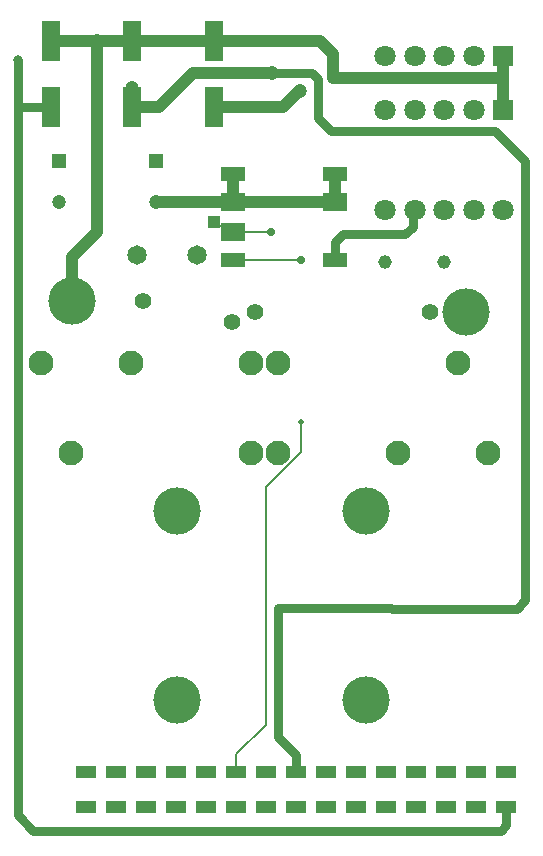
<source format=gtl>
G04*
G04 #@! TF.GenerationSoftware,Altium Limited,Altium Designer,23.0.1 (38)*
G04*
G04 Layer_Physical_Order=1*
G04 Layer_Color=255*
%FSTAX44Y44*%
%MOMM*%
G71*
G04*
G04 #@! TF.SameCoordinates,819F8F0F-2E7A-4D06-A50E-73C9B09E9D71*
G04*
G04*
G04 #@! TF.FilePolarity,Positive*
G04*
G01*
G75*
%ADD11C,0.2000*%
%ADD14R,1.6000X3.5000*%
%ADD15R,2.0320X1.1684*%
%ADD16R,2.0320X1.5240*%
%ADD17R,1.8000X1.0000*%
%ADD18R,1.0000X1.1000*%
%ADD19C,2.1000*%
%ADD20C,4.0000*%
%ADD21C,1.4000*%
%ADD22C,1.1500*%
%ADD23C,1.2000*%
%ADD24R,1.2000X1.2000*%
%ADD25C,0.7000*%
%ADD26C,1.6500*%
%ADD27C,1.3880*%
%ADD28R,1.8000X1.8000*%
%ADD29C,1.8000*%
%ADD30C,0.5000*%
%ADD31C,0.8000*%
%ADD32C,1.0000*%
%ADD33C,0.8000*%
D11*
X00191262Y00060706D02*
Y00075438D01*
X00216154Y0010033D02*
Y00301498D01*
X00191262Y00075438D02*
X00216154Y0010033D01*
X00246126Y0033147D02*
Y0035701D01*
X00216154Y00301498D02*
X00246126Y0033147D01*
X00245535Y00495554D02*
X00246888D01*
X00244701Y0049472D02*
X00245535Y00495554D01*
X00188468Y00493802D02*
X00245618D01*
X00188468Y00517424D02*
X00220218D01*
X00175304Y00522732D02*
X0018316D01*
X00172212Y00525824D02*
X00175304Y00522732D01*
X0018316D02*
X00188468Y00517424D01*
D14*
X00171958Y00679256D02*
D03*
Y00623256D02*
D03*
X00103124Y00679256D02*
D03*
Y00623256D02*
D03*
X00034544Y00679256D02*
D03*
Y00623256D02*
D03*
D15*
X00188468Y00566446D02*
D03*
Y00493802D02*
D03*
X00274828D02*
D03*
Y00566446D02*
D03*
D16*
X00188468Y00542824D02*
D03*
X00274828D02*
D03*
X00188468Y00517424D02*
D03*
D17*
X00419862Y00060706D02*
D03*
Y00030706D02*
D03*
X00394462Y00060706D02*
D03*
Y00030706D02*
D03*
X00369062D02*
D03*
Y00060706D02*
D03*
X00343662D02*
D03*
Y00030706D02*
D03*
X00318262Y00060706D02*
D03*
Y00030706D02*
D03*
X00292862Y00060706D02*
D03*
Y00030706D02*
D03*
X00267462Y00060706D02*
D03*
Y00030706D02*
D03*
X00242062Y00060706D02*
D03*
Y00030706D02*
D03*
X00216662Y00060706D02*
D03*
Y00030706D02*
D03*
X00191262Y00060706D02*
D03*
Y00030706D02*
D03*
X00165862Y00060706D02*
D03*
Y00030706D02*
D03*
X00140462Y00060706D02*
D03*
Y00030706D02*
D03*
X00115062Y00060706D02*
D03*
Y00030706D02*
D03*
X00089662Y00060706D02*
D03*
Y00030706D02*
D03*
X00064262Y00060706D02*
D03*
Y00030706D02*
D03*
D18*
X00172212Y00542824D02*
D03*
Y00525824D02*
D03*
D19*
X002032Y00407162D02*
D03*
Y00330962D02*
D03*
X001016Y00407162D02*
D03*
X000254D02*
D03*
X000508Y00330962D02*
D03*
X00226568D02*
D03*
Y00407162D02*
D03*
X00328168Y00330962D02*
D03*
X00404368D02*
D03*
X00378968Y00407162D02*
D03*
D20*
X00140726Y00121422D02*
D03*
X00300726Y00281422D02*
D03*
Y00121422D02*
D03*
X00140726Y00281422D02*
D03*
X00051742Y00459088D02*
D03*
X00385934Y00450088D02*
D03*
D21*
X0018736Y00441088D02*
D03*
X0011236Y00459088D02*
D03*
D22*
X00366992Y00492506D02*
D03*
X00316992D02*
D03*
D23*
X00122936Y0054285D02*
D03*
X00041148Y00542824D02*
D03*
X0024511Y00637032D02*
D03*
X00171958Y00679256D02*
D03*
X00073168D02*
D03*
X00103124Y0063994D02*
D03*
X00221062Y00652018D02*
D03*
D24*
X00122936Y0057785D02*
D03*
X00041148Y00577824D02*
D03*
D25*
X00040247Y00447953D02*
D03*
X0003574Y00459342D02*
D03*
X00040606Y00470583D02*
D03*
X00051996Y0047509D02*
D03*
X00063237Y00470224D02*
D03*
X00067744Y00458834D02*
D03*
X00062877Y00447593D02*
D03*
X00051488Y00443086D02*
D03*
X0037444Y00438953D02*
D03*
X00369932Y00450342D02*
D03*
X00374799Y00461582D02*
D03*
X00386188Y0046609D02*
D03*
X00397429Y00461223D02*
D03*
X00401936Y00449834D02*
D03*
X0039707Y00438593D02*
D03*
X0038568Y00434086D02*
D03*
X00272718Y0064827D02*
D03*
X00245618Y00493802D02*
D03*
X00220218Y00517424D02*
D03*
D26*
X00106934Y00498602D02*
D03*
X00157734D02*
D03*
D27*
X00355346Y00450088D02*
D03*
X00207264D02*
D03*
D28*
X00417284Y00666284D02*
D03*
Y00621284D02*
D03*
D29*
X00392284Y00666284D02*
D03*
X00367284D02*
D03*
X00342284D02*
D03*
X00317284D02*
D03*
X00392284Y00621284D02*
D03*
X00367284D02*
D03*
X00342284D02*
D03*
X00317284D02*
D03*
Y00536184D02*
D03*
X00342284D02*
D03*
X00367284D02*
D03*
X00392284D02*
D03*
X00417284D02*
D03*
D30*
X00226822Y00199136D02*
D03*
X00246126Y0035701D02*
D03*
X00216662Y00060706D02*
D03*
X00064262D02*
D03*
X00191262D02*
D03*
X00242062D02*
D03*
X00318262D02*
D03*
X00343662D02*
D03*
X00369062D02*
D03*
X00394462D02*
D03*
X00419862Y00030706D02*
D03*
D31*
X00006Y00023874D02*
Y00622808D01*
Y0066294D01*
X00226822Y00199136D02*
X00322326D01*
X00226568Y00198882D02*
X00226822Y00199136D01*
X00226568Y00090424D02*
Y00198882D01*
X00322326Y00199136D02*
X0032258Y00198882D01*
X00428752D01*
X0043596Y0020609D01*
Y00577754D01*
X00226568Y00090424D02*
X00242062Y0007493D01*
Y00060706D02*
Y0007493D01*
X00006Y00023874D02*
X0001928Y00010594D01*
X00415176D01*
X00419862Y0001528D01*
Y00030706D01*
X0034037Y00534271D02*
X00342284Y00536184D01*
X0034037Y00522021D02*
Y00534271D01*
X00333938Y00515588D02*
X0034037Y00522021D01*
X00281261Y00515588D02*
X00333938D01*
X00274828Y00509156D02*
X00281261Y00515588D01*
X00271018Y00603504D02*
X0041021D01*
X0043596Y00577754D01*
X00260096Y00614426D02*
X00271018Y00603504D01*
X00260096Y00614426D02*
Y00647332D01*
X00221062Y00652018D02*
X0025541D01*
X00260096Y00647332D01*
X00274828Y00493802D02*
Y00509156D01*
X00006448Y00623256D02*
X00034544D01*
X00006Y00622808D02*
X00006448Y00623256D01*
D32*
X00171958D02*
X00230793D01*
X00244569Y00637032D02*
X0024511D01*
X00230793Y00623256D02*
X00244569Y00637032D01*
X00171958Y00679256D02*
X0026156D01*
X00103124D02*
X00171958D01*
X00051742Y00459088D02*
Y00496242D01*
X00122962Y00542824D02*
X00172212D01*
X00122936Y0054285D02*
X00122962Y00542824D01*
X00272718Y0064827D02*
Y00668098D01*
X0026156Y00679256D02*
X00272718Y00668098D01*
X00073168Y00517668D02*
Y00679256D01*
X00051742Y00496242D02*
X00073168Y00517668D01*
X00034544Y00679256D02*
X00073168D01*
X00417284Y00648462D02*
Y00666284D01*
X00417092Y0064827D02*
X00417284Y00648462D01*
Y00621284D02*
Y00648462D01*
X00272718Y0064827D02*
X00417092D01*
X00073168Y00679256D02*
X00103124D01*
X00154178Y00652018D02*
X00221062D01*
X00188468Y00542824D02*
X00274828D01*
Y00566446D01*
X00188468Y00542824D02*
Y00566446D01*
X00172212Y00542824D02*
X00188468D01*
X00103124Y00623256D02*
Y0063994D01*
Y00623256D02*
X00125416D01*
X00154178Y00652018D01*
D33*
X00006Y0066294D02*
D03*
M02*

</source>
